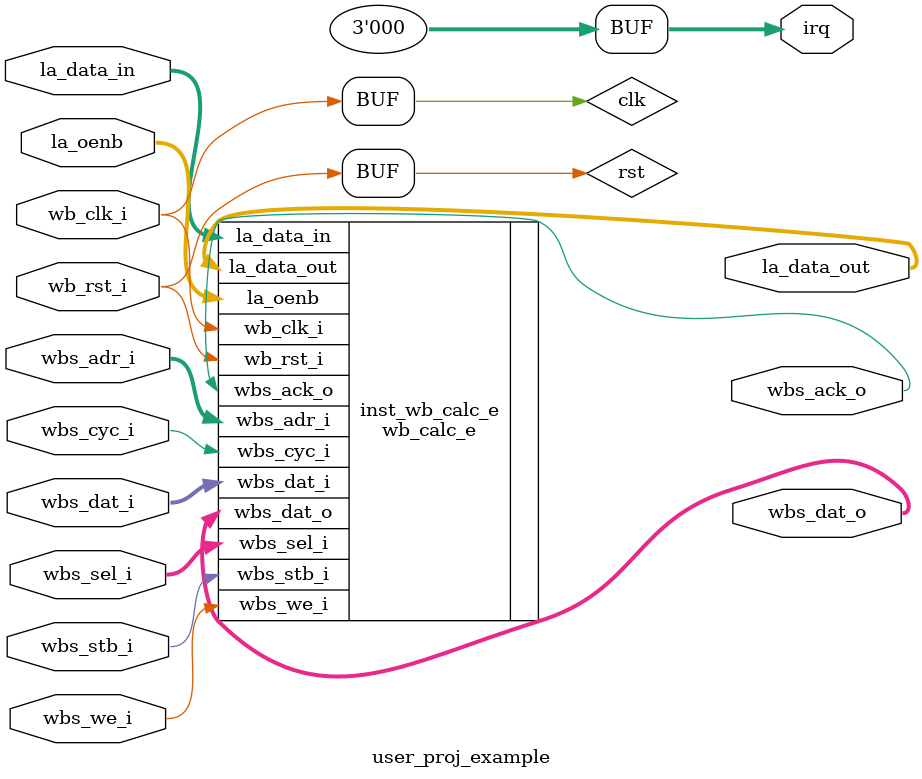
<source format=v>

`default_nettype none
/*
 *-------------------------------------------------------------
 *
 * user_proj_example
 *
 * This is an example of a (trivially simple) user project,
 * showing how the user project can connect to the logic
 * analyzer, the wishbone bus, and the I/O pads.
 *
 * This project generates an integer count, which is output
 * on the user area GPIO pads (digital output only).  The
 * wishbone connection allows the project to be controlled
 * (start and stop) from the management SoC program.
 *
 * See the testbenches in directory "mprj_counter" for the
 * example programs that drive this user project.  The three
 * testbenches are "io_ports", "la_test1", and "la_test2".
 *
 *-------------------------------------------------------------
 */

module user_proj_example #(
    parameter SEQ_WIDTH = 64,
    parameter E_WIDTH = 20,

    parameter STAGE_WIDTH = 8,
    parameter PARALLEL_UNITS = 1
)(
`ifdef USE_POWER_PINS
    inout vccd1,	// User area 1 1.8V supply
    inout vssd1,	// User area 1 digital ground
`endif

    // Wishbone Slave ports (WB MI A)
    input wb_clk_i,
    input wb_rst_i,
    input wbs_stb_i,
    input wbs_cyc_i,
    input wbs_we_i,
    input [3:0] wbs_sel_i,
    input [31:0] wbs_dat_i,
    input [31:0] wbs_adr_i,
    output wbs_ack_o,
    output [31:0] wbs_dat_o,

    // Logic Analyzer Signals
    input  [127:0] la_data_in,
    output [127:0] la_data_out,
    input  [127:0] la_oenb,

    // IRQ
    output [2:0] irq
);
    wire clk;
    wire rst;

    // IRQ
    assign irq = 3'b000;	// Unused

    // LA
    // assign la_data_out = {{(127-BITS){1'b0}}, count};
    // Assuming LA probes [63:32] are for controlling the count register  
    // assign la_write = ~la_oenb[63:32] & ~{BITS{valid}};
    // Assuming LA probes [65:64] are for controlling the count clk & reset  
    assign clk = wb_clk_i;
    assign rst = wb_rst_i;


    wb_calc_e #
    (
        .SEQ_WIDTH(SEQ_WIDTH),
        .E_WIDTH(E_WIDTH),

        .STAGE_WIDTH(STAGE_WIDTH)
    ) inst_wb_calc_e (
        .wb_clk_i(clk),
        .wb_rst_i(rst),

        .wbs_stb_i(wbs_stb_i),
        .wbs_cyc_i(wbs_cyc_i),

        .wbs_we_i(wbs_we_i),
        .wbs_sel_i(wbs_sel_i),

        .wbs_dat_i(wbs_dat_i),
        .wbs_adr_i(wbs_adr_i),

        .wbs_ack_o(wbs_ack_o),
        .wbs_dat_o(wbs_dat_o),

        .la_data_in(la_data_in),
        .la_data_out(la_data_out),
        .la_oenb(la_oenb)
    );
    

endmodule
`default_nettype wire

</source>
